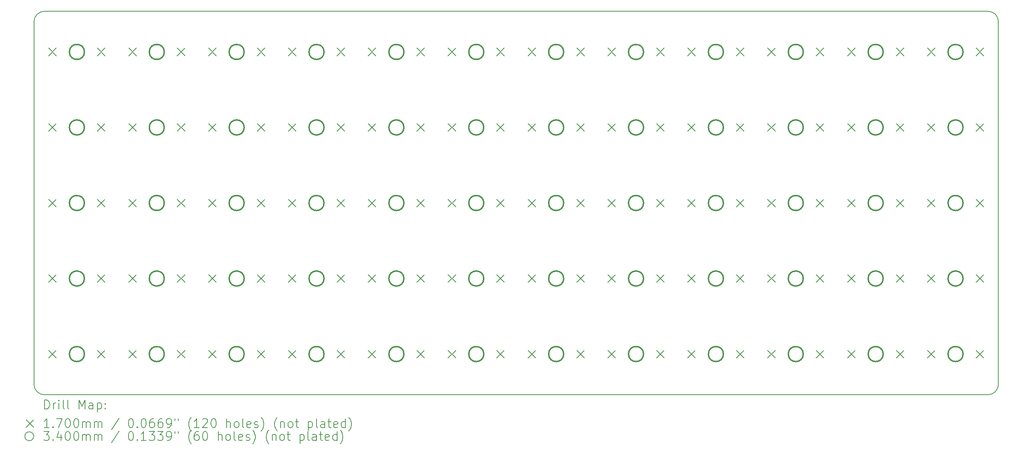
<source format=gbr>
%TF.GenerationSoftware,KiCad,Pcbnew,7.0.1*%
%TF.CreationDate,2023-04-06T14:22:43+02:00*%
%TF.ProjectId,velociraptor,76656c6f-6369-4726-9170-746f722e6b69,rev?*%
%TF.SameCoordinates,Original*%
%TF.FileFunction,Drillmap*%
%TF.FilePolarity,Positive*%
%FSLAX45Y45*%
G04 Gerber Fmt 4.5, Leading zero omitted, Abs format (unit mm)*
G04 Created by KiCad (PCBNEW 7.0.1) date 2023-04-06 14:22:43*
%MOMM*%
%LPD*%
G01*
G04 APERTURE LIST*
%ADD10C,0.150000*%
%ADD11C,0.200000*%
%ADD12C,0.170000*%
%ADD13C,0.340000*%
G04 APERTURE END LIST*
D10*
X3563562Y-2550257D02*
G75*
G03*
X3325437Y-2788380I-2J-238123D01*
G01*
X25124745Y-2788380D02*
G75*
G03*
X24886620Y-2550255I-238125J0D01*
G01*
X3325437Y-10976620D02*
X3325437Y-2788380D01*
X24886620Y-11214745D02*
G75*
G03*
X25124745Y-10976620I0J238125D01*
G01*
X25124745Y-10976620D02*
X25124745Y-2788380D01*
X3563562Y-11214745D02*
X24886620Y-11214745D01*
X3325435Y-10976620D02*
G75*
G03*
X3563562Y-11214745I238125J0D01*
G01*
X3563562Y-2550255D02*
X24886620Y-2550255D01*
D11*
D12*
X3660182Y-3385000D02*
X3830182Y-3555000D01*
X3830182Y-3385000D02*
X3660182Y-3555000D01*
X3660182Y-5091250D02*
X3830182Y-5261250D01*
X3830182Y-5091250D02*
X3660182Y-5261250D01*
X3660182Y-6797500D02*
X3830182Y-6967500D01*
X3830182Y-6797500D02*
X3660182Y-6967500D01*
X3660182Y-8503750D02*
X3830182Y-8673750D01*
X3830182Y-8503750D02*
X3660182Y-8673750D01*
X3660182Y-10210000D02*
X3830182Y-10380000D01*
X3830182Y-10210000D02*
X3660182Y-10380000D01*
X4760182Y-3385000D02*
X4930182Y-3555000D01*
X4930182Y-3385000D02*
X4760182Y-3555000D01*
X4760182Y-5091250D02*
X4930182Y-5261250D01*
X4930182Y-5091250D02*
X4760182Y-5261250D01*
X4760182Y-6797500D02*
X4930182Y-6967500D01*
X4930182Y-6797500D02*
X4760182Y-6967500D01*
X4760182Y-8503750D02*
X4930182Y-8673750D01*
X4930182Y-8503750D02*
X4760182Y-8673750D01*
X4760182Y-10210000D02*
X4930182Y-10380000D01*
X4930182Y-10210000D02*
X4760182Y-10380000D01*
X5465620Y-3385000D02*
X5635620Y-3555000D01*
X5635620Y-3385000D02*
X5465620Y-3555000D01*
X5465620Y-5091250D02*
X5635620Y-5261250D01*
X5635620Y-5091250D02*
X5465620Y-5261250D01*
X5465620Y-6797500D02*
X5635620Y-6967500D01*
X5635620Y-6797500D02*
X5465620Y-6967500D01*
X5465620Y-8503750D02*
X5635620Y-8673750D01*
X5635620Y-8503750D02*
X5465620Y-8673750D01*
X5465620Y-10210000D02*
X5635620Y-10380000D01*
X5635620Y-10210000D02*
X5465620Y-10380000D01*
X6565620Y-3385000D02*
X6735620Y-3555000D01*
X6735620Y-3385000D02*
X6565620Y-3555000D01*
X6565620Y-5091250D02*
X6735620Y-5261250D01*
X6735620Y-5091250D02*
X6565620Y-5261250D01*
X6565620Y-6797500D02*
X6735620Y-6967500D01*
X6735620Y-6797500D02*
X6565620Y-6967500D01*
X6565620Y-8503750D02*
X6735620Y-8673750D01*
X6735620Y-8503750D02*
X6565620Y-8673750D01*
X6565620Y-10210000D02*
X6735620Y-10380000D01*
X6735620Y-10210000D02*
X6565620Y-10380000D01*
X7271058Y-3385000D02*
X7441058Y-3555000D01*
X7441058Y-3385000D02*
X7271058Y-3555000D01*
X7271058Y-5091250D02*
X7441058Y-5261250D01*
X7441058Y-5091250D02*
X7271058Y-5261250D01*
X7271058Y-6797500D02*
X7441058Y-6967500D01*
X7441058Y-6797500D02*
X7271058Y-6967500D01*
X7271058Y-8503750D02*
X7441058Y-8673750D01*
X7441058Y-8503750D02*
X7271058Y-8673750D01*
X7271058Y-10210000D02*
X7441058Y-10380000D01*
X7441058Y-10210000D02*
X7271058Y-10380000D01*
X8371058Y-3385000D02*
X8541058Y-3555000D01*
X8541058Y-3385000D02*
X8371058Y-3555000D01*
X8371058Y-5091250D02*
X8541058Y-5261250D01*
X8541058Y-5091250D02*
X8371058Y-5261250D01*
X8371058Y-6797500D02*
X8541058Y-6967500D01*
X8541058Y-6797500D02*
X8371058Y-6967500D01*
X8371058Y-8503750D02*
X8541058Y-8673750D01*
X8541058Y-8503750D02*
X8371058Y-8673750D01*
X8371058Y-10210000D02*
X8541058Y-10380000D01*
X8541058Y-10210000D02*
X8371058Y-10380000D01*
X9076496Y-3385000D02*
X9246496Y-3555000D01*
X9246496Y-3385000D02*
X9076496Y-3555000D01*
X9076496Y-5091250D02*
X9246496Y-5261250D01*
X9246496Y-5091250D02*
X9076496Y-5261250D01*
X9076496Y-6797500D02*
X9246496Y-6967500D01*
X9246496Y-6797500D02*
X9076496Y-6967500D01*
X9076496Y-8503750D02*
X9246496Y-8673750D01*
X9246496Y-8503750D02*
X9076496Y-8673750D01*
X9076496Y-10210000D02*
X9246496Y-10380000D01*
X9246496Y-10210000D02*
X9076496Y-10380000D01*
X10176496Y-3385000D02*
X10346496Y-3555000D01*
X10346496Y-3385000D02*
X10176496Y-3555000D01*
X10176496Y-5091250D02*
X10346496Y-5261250D01*
X10346496Y-5091250D02*
X10176496Y-5261250D01*
X10176496Y-6797500D02*
X10346496Y-6967500D01*
X10346496Y-6797500D02*
X10176496Y-6967500D01*
X10176496Y-8503750D02*
X10346496Y-8673750D01*
X10346496Y-8503750D02*
X10176496Y-8673750D01*
X10176496Y-10210000D02*
X10346496Y-10380000D01*
X10346496Y-10210000D02*
X10176496Y-10380000D01*
X10881934Y-3385000D02*
X11051934Y-3555000D01*
X11051934Y-3385000D02*
X10881934Y-3555000D01*
X10881934Y-5091250D02*
X11051934Y-5261250D01*
X11051934Y-5091250D02*
X10881934Y-5261250D01*
X10881934Y-6797500D02*
X11051934Y-6967500D01*
X11051934Y-6797500D02*
X10881934Y-6967500D01*
X10881934Y-8503750D02*
X11051934Y-8673750D01*
X11051934Y-8503750D02*
X10881934Y-8673750D01*
X10881934Y-10210000D02*
X11051934Y-10380000D01*
X11051934Y-10210000D02*
X10881934Y-10380000D01*
X11981934Y-3385000D02*
X12151934Y-3555000D01*
X12151934Y-3385000D02*
X11981934Y-3555000D01*
X11981934Y-5091250D02*
X12151934Y-5261250D01*
X12151934Y-5091250D02*
X11981934Y-5261250D01*
X11981934Y-6797500D02*
X12151934Y-6967500D01*
X12151934Y-6797500D02*
X11981934Y-6967500D01*
X11981934Y-8503750D02*
X12151934Y-8673750D01*
X12151934Y-8503750D02*
X11981934Y-8673750D01*
X11981934Y-10210000D02*
X12151934Y-10380000D01*
X12151934Y-10210000D02*
X11981934Y-10380000D01*
X12687372Y-3385000D02*
X12857372Y-3555000D01*
X12857372Y-3385000D02*
X12687372Y-3555000D01*
X12687372Y-5091250D02*
X12857372Y-5261250D01*
X12857372Y-5091250D02*
X12687372Y-5261250D01*
X12687372Y-6797500D02*
X12857372Y-6967500D01*
X12857372Y-6797500D02*
X12687372Y-6967500D01*
X12687372Y-8503750D02*
X12857372Y-8673750D01*
X12857372Y-8503750D02*
X12687372Y-8673750D01*
X12687372Y-10210000D02*
X12857372Y-10380000D01*
X12857372Y-10210000D02*
X12687372Y-10380000D01*
X13787372Y-3385000D02*
X13957372Y-3555000D01*
X13957372Y-3385000D02*
X13787372Y-3555000D01*
X13787372Y-5091250D02*
X13957372Y-5261250D01*
X13957372Y-5091250D02*
X13787372Y-5261250D01*
X13787372Y-6797500D02*
X13957372Y-6967500D01*
X13957372Y-6797500D02*
X13787372Y-6967500D01*
X13787372Y-8503750D02*
X13957372Y-8673750D01*
X13957372Y-8503750D02*
X13787372Y-8673750D01*
X13787372Y-10210000D02*
X13957372Y-10380000D01*
X13957372Y-10210000D02*
X13787372Y-10380000D01*
X14492810Y-3385000D02*
X14662810Y-3555000D01*
X14662810Y-3385000D02*
X14492810Y-3555000D01*
X14492810Y-5091250D02*
X14662810Y-5261250D01*
X14662810Y-5091250D02*
X14492810Y-5261250D01*
X14492810Y-6797500D02*
X14662810Y-6967500D01*
X14662810Y-6797500D02*
X14492810Y-6967500D01*
X14492810Y-8503750D02*
X14662810Y-8673750D01*
X14662810Y-8503750D02*
X14492810Y-8673750D01*
X14492810Y-10210000D02*
X14662810Y-10380000D01*
X14662810Y-10210000D02*
X14492810Y-10380000D01*
X15592810Y-3385000D02*
X15762810Y-3555000D01*
X15762810Y-3385000D02*
X15592810Y-3555000D01*
X15592810Y-5091250D02*
X15762810Y-5261250D01*
X15762810Y-5091250D02*
X15592810Y-5261250D01*
X15592810Y-6797500D02*
X15762810Y-6967500D01*
X15762810Y-6797500D02*
X15592810Y-6967500D01*
X15592810Y-8503750D02*
X15762810Y-8673750D01*
X15762810Y-8503750D02*
X15592810Y-8673750D01*
X15592810Y-10210000D02*
X15762810Y-10380000D01*
X15762810Y-10210000D02*
X15592810Y-10380000D01*
X16298248Y-3385000D02*
X16468248Y-3555000D01*
X16468248Y-3385000D02*
X16298248Y-3555000D01*
X16298248Y-5091250D02*
X16468248Y-5261250D01*
X16468248Y-5091250D02*
X16298248Y-5261250D01*
X16298248Y-6797500D02*
X16468248Y-6967500D01*
X16468248Y-6797500D02*
X16298248Y-6967500D01*
X16298248Y-8503750D02*
X16468248Y-8673750D01*
X16468248Y-8503750D02*
X16298248Y-8673750D01*
X16298248Y-10210000D02*
X16468248Y-10380000D01*
X16468248Y-10210000D02*
X16298248Y-10380000D01*
X17398248Y-3385000D02*
X17568248Y-3555000D01*
X17568248Y-3385000D02*
X17398248Y-3555000D01*
X17398248Y-5091250D02*
X17568248Y-5261250D01*
X17568248Y-5091250D02*
X17398248Y-5261250D01*
X17398248Y-6797500D02*
X17568248Y-6967500D01*
X17568248Y-6797500D02*
X17398248Y-6967500D01*
X17398248Y-8503750D02*
X17568248Y-8673750D01*
X17568248Y-8503750D02*
X17398248Y-8673750D01*
X17398248Y-10210000D02*
X17568248Y-10380000D01*
X17568248Y-10210000D02*
X17398248Y-10380000D01*
X18103686Y-3385000D02*
X18273686Y-3555000D01*
X18273686Y-3385000D02*
X18103686Y-3555000D01*
X18103686Y-5091250D02*
X18273686Y-5261250D01*
X18273686Y-5091250D02*
X18103686Y-5261250D01*
X18103686Y-6797500D02*
X18273686Y-6967500D01*
X18273686Y-6797500D02*
X18103686Y-6967500D01*
X18103686Y-8503750D02*
X18273686Y-8673750D01*
X18273686Y-8503750D02*
X18103686Y-8673750D01*
X18103686Y-10210000D02*
X18273686Y-10380000D01*
X18273686Y-10210000D02*
X18103686Y-10380000D01*
X19203686Y-3385000D02*
X19373686Y-3555000D01*
X19373686Y-3385000D02*
X19203686Y-3555000D01*
X19203686Y-5091250D02*
X19373686Y-5261250D01*
X19373686Y-5091250D02*
X19203686Y-5261250D01*
X19203686Y-6797500D02*
X19373686Y-6967500D01*
X19373686Y-6797500D02*
X19203686Y-6967500D01*
X19203686Y-8503750D02*
X19373686Y-8673750D01*
X19373686Y-8503750D02*
X19203686Y-8673750D01*
X19203686Y-10210000D02*
X19373686Y-10380000D01*
X19373686Y-10210000D02*
X19203686Y-10380000D01*
X19909124Y-3385000D02*
X20079124Y-3555000D01*
X20079124Y-3385000D02*
X19909124Y-3555000D01*
X19909124Y-5091250D02*
X20079124Y-5261250D01*
X20079124Y-5091250D02*
X19909124Y-5261250D01*
X19909124Y-6797500D02*
X20079124Y-6967500D01*
X20079124Y-6797500D02*
X19909124Y-6967500D01*
X19909124Y-8503750D02*
X20079124Y-8673750D01*
X20079124Y-8503750D02*
X19909124Y-8673750D01*
X19909124Y-10210000D02*
X20079124Y-10380000D01*
X20079124Y-10210000D02*
X19909124Y-10380000D01*
X21009124Y-3385000D02*
X21179124Y-3555000D01*
X21179124Y-3385000D02*
X21009124Y-3555000D01*
X21009124Y-5091250D02*
X21179124Y-5261250D01*
X21179124Y-5091250D02*
X21009124Y-5261250D01*
X21009124Y-6797500D02*
X21179124Y-6967500D01*
X21179124Y-6797500D02*
X21009124Y-6967500D01*
X21009124Y-8503750D02*
X21179124Y-8673750D01*
X21179124Y-8503750D02*
X21009124Y-8673750D01*
X21009124Y-10210000D02*
X21179124Y-10380000D01*
X21179124Y-10210000D02*
X21009124Y-10380000D01*
X21714562Y-3385000D02*
X21884562Y-3555000D01*
X21884562Y-3385000D02*
X21714562Y-3555000D01*
X21714562Y-5091250D02*
X21884562Y-5261250D01*
X21884562Y-5091250D02*
X21714562Y-5261250D01*
X21714562Y-6797500D02*
X21884562Y-6967500D01*
X21884562Y-6797500D02*
X21714562Y-6967500D01*
X21714562Y-8503750D02*
X21884562Y-8673750D01*
X21884562Y-8503750D02*
X21714562Y-8673750D01*
X21714562Y-10210000D02*
X21884562Y-10380000D01*
X21884562Y-10210000D02*
X21714562Y-10380000D01*
X22814562Y-3385000D02*
X22984562Y-3555000D01*
X22984562Y-3385000D02*
X22814562Y-3555000D01*
X22814562Y-5091250D02*
X22984562Y-5261250D01*
X22984562Y-5091250D02*
X22814562Y-5261250D01*
X22814562Y-6797500D02*
X22984562Y-6967500D01*
X22984562Y-6797500D02*
X22814562Y-6967500D01*
X22814562Y-8503750D02*
X22984562Y-8673750D01*
X22984562Y-8503750D02*
X22814562Y-8673750D01*
X22814562Y-10210000D02*
X22984562Y-10380000D01*
X22984562Y-10210000D02*
X22814562Y-10380000D01*
X23520000Y-3385000D02*
X23690000Y-3555000D01*
X23690000Y-3385000D02*
X23520000Y-3555000D01*
X23520000Y-5091250D02*
X23690000Y-5261250D01*
X23690000Y-5091250D02*
X23520000Y-5261250D01*
X23520000Y-6797500D02*
X23690000Y-6967500D01*
X23690000Y-6797500D02*
X23520000Y-6967500D01*
X23520000Y-8503750D02*
X23690000Y-8673750D01*
X23690000Y-8503750D02*
X23520000Y-8673750D01*
X23520000Y-10210000D02*
X23690000Y-10380000D01*
X23690000Y-10210000D02*
X23520000Y-10380000D01*
X24620000Y-3385000D02*
X24790000Y-3555000D01*
X24790000Y-3385000D02*
X24620000Y-3555000D01*
X24620000Y-5091250D02*
X24790000Y-5261250D01*
X24790000Y-5091250D02*
X24620000Y-5261250D01*
X24620000Y-6797500D02*
X24790000Y-6967500D01*
X24790000Y-6797500D02*
X24620000Y-6967500D01*
X24620000Y-8503750D02*
X24790000Y-8673750D01*
X24790000Y-8503750D02*
X24620000Y-8673750D01*
X24620000Y-10210000D02*
X24790000Y-10380000D01*
X24790000Y-10210000D02*
X24620000Y-10380000D01*
D13*
X4465182Y-3470000D02*
G75*
G03*
X4465182Y-3470000I-170000J0D01*
G01*
X4465182Y-5176250D02*
G75*
G03*
X4465182Y-5176250I-170000J0D01*
G01*
X4465182Y-6882500D02*
G75*
G03*
X4465182Y-6882500I-170000J0D01*
G01*
X4465182Y-8588750D02*
G75*
G03*
X4465182Y-8588750I-170000J0D01*
G01*
X4465182Y-10295000D02*
G75*
G03*
X4465182Y-10295000I-170000J0D01*
G01*
X6270620Y-3470000D02*
G75*
G03*
X6270620Y-3470000I-170000J0D01*
G01*
X6270620Y-5176250D02*
G75*
G03*
X6270620Y-5176250I-170000J0D01*
G01*
X6270620Y-6882500D02*
G75*
G03*
X6270620Y-6882500I-170000J0D01*
G01*
X6270620Y-8588750D02*
G75*
G03*
X6270620Y-8588750I-170000J0D01*
G01*
X6270620Y-10295000D02*
G75*
G03*
X6270620Y-10295000I-170000J0D01*
G01*
X8076058Y-3470000D02*
G75*
G03*
X8076058Y-3470000I-170000J0D01*
G01*
X8076058Y-5176250D02*
G75*
G03*
X8076058Y-5176250I-170000J0D01*
G01*
X8076058Y-6882500D02*
G75*
G03*
X8076058Y-6882500I-170000J0D01*
G01*
X8076058Y-8588750D02*
G75*
G03*
X8076058Y-8588750I-170000J0D01*
G01*
X8076058Y-10295000D02*
G75*
G03*
X8076058Y-10295000I-170000J0D01*
G01*
X9881496Y-3470000D02*
G75*
G03*
X9881496Y-3470000I-170000J0D01*
G01*
X9881496Y-5176250D02*
G75*
G03*
X9881496Y-5176250I-170000J0D01*
G01*
X9881496Y-6882500D02*
G75*
G03*
X9881496Y-6882500I-170000J0D01*
G01*
X9881496Y-8588750D02*
G75*
G03*
X9881496Y-8588750I-170000J0D01*
G01*
X9881496Y-10295000D02*
G75*
G03*
X9881496Y-10295000I-170000J0D01*
G01*
X11686934Y-3470000D02*
G75*
G03*
X11686934Y-3470000I-170000J0D01*
G01*
X11686934Y-5176250D02*
G75*
G03*
X11686934Y-5176250I-170000J0D01*
G01*
X11686934Y-6882500D02*
G75*
G03*
X11686934Y-6882500I-170000J0D01*
G01*
X11686934Y-8588750D02*
G75*
G03*
X11686934Y-8588750I-170000J0D01*
G01*
X11686934Y-10295000D02*
G75*
G03*
X11686934Y-10295000I-170000J0D01*
G01*
X13492372Y-3470000D02*
G75*
G03*
X13492372Y-3470000I-170000J0D01*
G01*
X13492372Y-5176250D02*
G75*
G03*
X13492372Y-5176250I-170000J0D01*
G01*
X13492372Y-6882500D02*
G75*
G03*
X13492372Y-6882500I-170000J0D01*
G01*
X13492372Y-8588750D02*
G75*
G03*
X13492372Y-8588750I-170000J0D01*
G01*
X13492372Y-10295000D02*
G75*
G03*
X13492372Y-10295000I-170000J0D01*
G01*
X15297810Y-3470000D02*
G75*
G03*
X15297810Y-3470000I-170000J0D01*
G01*
X15297810Y-5176250D02*
G75*
G03*
X15297810Y-5176250I-170000J0D01*
G01*
X15297810Y-6882500D02*
G75*
G03*
X15297810Y-6882500I-170000J0D01*
G01*
X15297810Y-8588750D02*
G75*
G03*
X15297810Y-8588750I-170000J0D01*
G01*
X15297810Y-10295000D02*
G75*
G03*
X15297810Y-10295000I-170000J0D01*
G01*
X17103248Y-3470000D02*
G75*
G03*
X17103248Y-3470000I-170000J0D01*
G01*
X17103248Y-5176250D02*
G75*
G03*
X17103248Y-5176250I-170000J0D01*
G01*
X17103248Y-6882500D02*
G75*
G03*
X17103248Y-6882500I-170000J0D01*
G01*
X17103248Y-8588750D02*
G75*
G03*
X17103248Y-8588750I-170000J0D01*
G01*
X17103248Y-10295000D02*
G75*
G03*
X17103248Y-10295000I-170000J0D01*
G01*
X18908686Y-3470000D02*
G75*
G03*
X18908686Y-3470000I-170000J0D01*
G01*
X18908686Y-5176250D02*
G75*
G03*
X18908686Y-5176250I-170000J0D01*
G01*
X18908686Y-6882500D02*
G75*
G03*
X18908686Y-6882500I-170000J0D01*
G01*
X18908686Y-8588750D02*
G75*
G03*
X18908686Y-8588750I-170000J0D01*
G01*
X18908686Y-10295000D02*
G75*
G03*
X18908686Y-10295000I-170000J0D01*
G01*
X20714124Y-3470000D02*
G75*
G03*
X20714124Y-3470000I-170000J0D01*
G01*
X20714124Y-5176250D02*
G75*
G03*
X20714124Y-5176250I-170000J0D01*
G01*
X20714124Y-6882500D02*
G75*
G03*
X20714124Y-6882500I-170000J0D01*
G01*
X20714124Y-8588750D02*
G75*
G03*
X20714124Y-8588750I-170000J0D01*
G01*
X20714124Y-10295000D02*
G75*
G03*
X20714124Y-10295000I-170000J0D01*
G01*
X22519562Y-3470000D02*
G75*
G03*
X22519562Y-3470000I-170000J0D01*
G01*
X22519562Y-5176250D02*
G75*
G03*
X22519562Y-5176250I-170000J0D01*
G01*
X22519562Y-6882500D02*
G75*
G03*
X22519562Y-6882500I-170000J0D01*
G01*
X22519562Y-8588750D02*
G75*
G03*
X22519562Y-8588750I-170000J0D01*
G01*
X22519562Y-10295000D02*
G75*
G03*
X22519562Y-10295000I-170000J0D01*
G01*
X24325000Y-3470000D02*
G75*
G03*
X24325000Y-3470000I-170000J0D01*
G01*
X24325000Y-5176250D02*
G75*
G03*
X24325000Y-5176250I-170000J0D01*
G01*
X24325000Y-6882500D02*
G75*
G03*
X24325000Y-6882500I-170000J0D01*
G01*
X24325000Y-8588750D02*
G75*
G03*
X24325000Y-8588750I-170000J0D01*
G01*
X24325000Y-10295000D02*
G75*
G03*
X24325000Y-10295000I-170000J0D01*
G01*
D11*
X3565556Y-11534769D02*
X3565556Y-11334769D01*
X3565556Y-11334769D02*
X3613175Y-11334769D01*
X3613175Y-11334769D02*
X3641746Y-11344293D01*
X3641746Y-11344293D02*
X3660794Y-11363340D01*
X3660794Y-11363340D02*
X3670317Y-11382388D01*
X3670317Y-11382388D02*
X3679841Y-11420483D01*
X3679841Y-11420483D02*
X3679841Y-11449055D01*
X3679841Y-11449055D02*
X3670317Y-11487150D01*
X3670317Y-11487150D02*
X3660794Y-11506198D01*
X3660794Y-11506198D02*
X3641746Y-11525245D01*
X3641746Y-11525245D02*
X3613175Y-11534769D01*
X3613175Y-11534769D02*
X3565556Y-11534769D01*
X3765556Y-11534769D02*
X3765556Y-11401436D01*
X3765556Y-11439531D02*
X3775079Y-11420483D01*
X3775079Y-11420483D02*
X3784603Y-11410959D01*
X3784603Y-11410959D02*
X3803651Y-11401436D01*
X3803651Y-11401436D02*
X3822698Y-11401436D01*
X3889365Y-11534769D02*
X3889365Y-11401436D01*
X3889365Y-11334769D02*
X3879841Y-11344293D01*
X3879841Y-11344293D02*
X3889365Y-11353817D01*
X3889365Y-11353817D02*
X3898889Y-11344293D01*
X3898889Y-11344293D02*
X3889365Y-11334769D01*
X3889365Y-11334769D02*
X3889365Y-11353817D01*
X4013175Y-11534769D02*
X3994127Y-11525245D01*
X3994127Y-11525245D02*
X3984603Y-11506198D01*
X3984603Y-11506198D02*
X3984603Y-11334769D01*
X4117936Y-11534769D02*
X4098889Y-11525245D01*
X4098889Y-11525245D02*
X4089365Y-11506198D01*
X4089365Y-11506198D02*
X4089365Y-11334769D01*
X4346508Y-11534769D02*
X4346508Y-11334769D01*
X4346508Y-11334769D02*
X4413175Y-11477626D01*
X4413175Y-11477626D02*
X4479841Y-11334769D01*
X4479841Y-11334769D02*
X4479841Y-11534769D01*
X4660794Y-11534769D02*
X4660794Y-11430007D01*
X4660794Y-11430007D02*
X4651270Y-11410959D01*
X4651270Y-11410959D02*
X4632222Y-11401436D01*
X4632222Y-11401436D02*
X4594127Y-11401436D01*
X4594127Y-11401436D02*
X4575079Y-11410959D01*
X4660794Y-11525245D02*
X4641746Y-11534769D01*
X4641746Y-11534769D02*
X4594127Y-11534769D01*
X4594127Y-11534769D02*
X4575079Y-11525245D01*
X4575079Y-11525245D02*
X4565556Y-11506198D01*
X4565556Y-11506198D02*
X4565556Y-11487150D01*
X4565556Y-11487150D02*
X4575079Y-11468102D01*
X4575079Y-11468102D02*
X4594127Y-11458579D01*
X4594127Y-11458579D02*
X4641746Y-11458579D01*
X4641746Y-11458579D02*
X4660794Y-11449055D01*
X4756032Y-11401436D02*
X4756032Y-11601436D01*
X4756032Y-11410959D02*
X4775079Y-11401436D01*
X4775079Y-11401436D02*
X4813175Y-11401436D01*
X4813175Y-11401436D02*
X4832222Y-11410959D01*
X4832222Y-11410959D02*
X4841746Y-11420483D01*
X4841746Y-11420483D02*
X4851270Y-11439531D01*
X4851270Y-11439531D02*
X4851270Y-11496674D01*
X4851270Y-11496674D02*
X4841746Y-11515721D01*
X4841746Y-11515721D02*
X4832222Y-11525245D01*
X4832222Y-11525245D02*
X4813175Y-11534769D01*
X4813175Y-11534769D02*
X4775079Y-11534769D01*
X4775079Y-11534769D02*
X4756032Y-11525245D01*
X4936984Y-11515721D02*
X4946508Y-11525245D01*
X4946508Y-11525245D02*
X4936984Y-11534769D01*
X4936984Y-11534769D02*
X4927460Y-11525245D01*
X4927460Y-11525245D02*
X4936984Y-11515721D01*
X4936984Y-11515721D02*
X4936984Y-11534769D01*
X4936984Y-11410959D02*
X4946508Y-11420483D01*
X4946508Y-11420483D02*
X4936984Y-11430007D01*
X4936984Y-11430007D02*
X4927460Y-11420483D01*
X4927460Y-11420483D02*
X4936984Y-11410959D01*
X4936984Y-11410959D02*
X4936984Y-11430007D01*
D12*
X3147937Y-11777245D02*
X3317937Y-11947245D01*
X3317937Y-11777245D02*
X3147937Y-11947245D01*
D11*
X3670317Y-11954769D02*
X3556032Y-11954769D01*
X3613175Y-11954769D02*
X3613175Y-11754769D01*
X3613175Y-11754769D02*
X3594127Y-11783340D01*
X3594127Y-11783340D02*
X3575079Y-11802388D01*
X3575079Y-11802388D02*
X3556032Y-11811912D01*
X3756032Y-11935721D02*
X3765556Y-11945245D01*
X3765556Y-11945245D02*
X3756032Y-11954769D01*
X3756032Y-11954769D02*
X3746508Y-11945245D01*
X3746508Y-11945245D02*
X3756032Y-11935721D01*
X3756032Y-11935721D02*
X3756032Y-11954769D01*
X3832222Y-11754769D02*
X3965556Y-11754769D01*
X3965556Y-11754769D02*
X3879841Y-11954769D01*
X4079841Y-11754769D02*
X4098889Y-11754769D01*
X4098889Y-11754769D02*
X4117937Y-11764293D01*
X4117937Y-11764293D02*
X4127460Y-11773817D01*
X4127460Y-11773817D02*
X4136984Y-11792864D01*
X4136984Y-11792864D02*
X4146508Y-11830959D01*
X4146508Y-11830959D02*
X4146508Y-11878579D01*
X4146508Y-11878579D02*
X4136984Y-11916674D01*
X4136984Y-11916674D02*
X4127460Y-11935721D01*
X4127460Y-11935721D02*
X4117937Y-11945245D01*
X4117937Y-11945245D02*
X4098889Y-11954769D01*
X4098889Y-11954769D02*
X4079841Y-11954769D01*
X4079841Y-11954769D02*
X4060794Y-11945245D01*
X4060794Y-11945245D02*
X4051270Y-11935721D01*
X4051270Y-11935721D02*
X4041746Y-11916674D01*
X4041746Y-11916674D02*
X4032222Y-11878579D01*
X4032222Y-11878579D02*
X4032222Y-11830959D01*
X4032222Y-11830959D02*
X4041746Y-11792864D01*
X4041746Y-11792864D02*
X4051270Y-11773817D01*
X4051270Y-11773817D02*
X4060794Y-11764293D01*
X4060794Y-11764293D02*
X4079841Y-11754769D01*
X4270318Y-11754769D02*
X4289365Y-11754769D01*
X4289365Y-11754769D02*
X4308413Y-11764293D01*
X4308413Y-11764293D02*
X4317937Y-11773817D01*
X4317937Y-11773817D02*
X4327460Y-11792864D01*
X4327460Y-11792864D02*
X4336984Y-11830959D01*
X4336984Y-11830959D02*
X4336984Y-11878579D01*
X4336984Y-11878579D02*
X4327460Y-11916674D01*
X4327460Y-11916674D02*
X4317937Y-11935721D01*
X4317937Y-11935721D02*
X4308413Y-11945245D01*
X4308413Y-11945245D02*
X4289365Y-11954769D01*
X4289365Y-11954769D02*
X4270318Y-11954769D01*
X4270318Y-11954769D02*
X4251270Y-11945245D01*
X4251270Y-11945245D02*
X4241746Y-11935721D01*
X4241746Y-11935721D02*
X4232222Y-11916674D01*
X4232222Y-11916674D02*
X4222699Y-11878579D01*
X4222699Y-11878579D02*
X4222699Y-11830959D01*
X4222699Y-11830959D02*
X4232222Y-11792864D01*
X4232222Y-11792864D02*
X4241746Y-11773817D01*
X4241746Y-11773817D02*
X4251270Y-11764293D01*
X4251270Y-11764293D02*
X4270318Y-11754769D01*
X4422699Y-11954769D02*
X4422699Y-11821436D01*
X4422699Y-11840483D02*
X4432222Y-11830959D01*
X4432222Y-11830959D02*
X4451270Y-11821436D01*
X4451270Y-11821436D02*
X4479841Y-11821436D01*
X4479841Y-11821436D02*
X4498889Y-11830959D01*
X4498889Y-11830959D02*
X4508413Y-11850007D01*
X4508413Y-11850007D02*
X4508413Y-11954769D01*
X4508413Y-11850007D02*
X4517937Y-11830959D01*
X4517937Y-11830959D02*
X4536984Y-11821436D01*
X4536984Y-11821436D02*
X4565556Y-11821436D01*
X4565556Y-11821436D02*
X4584603Y-11830959D01*
X4584603Y-11830959D02*
X4594127Y-11850007D01*
X4594127Y-11850007D02*
X4594127Y-11954769D01*
X4689365Y-11954769D02*
X4689365Y-11821436D01*
X4689365Y-11840483D02*
X4698889Y-11830959D01*
X4698889Y-11830959D02*
X4717937Y-11821436D01*
X4717937Y-11821436D02*
X4746508Y-11821436D01*
X4746508Y-11821436D02*
X4765556Y-11830959D01*
X4765556Y-11830959D02*
X4775080Y-11850007D01*
X4775080Y-11850007D02*
X4775080Y-11954769D01*
X4775080Y-11850007D02*
X4784603Y-11830959D01*
X4784603Y-11830959D02*
X4803651Y-11821436D01*
X4803651Y-11821436D02*
X4832222Y-11821436D01*
X4832222Y-11821436D02*
X4851270Y-11830959D01*
X4851270Y-11830959D02*
X4860794Y-11850007D01*
X4860794Y-11850007D02*
X4860794Y-11954769D01*
X5251270Y-11745245D02*
X5079842Y-12002388D01*
X5508413Y-11754769D02*
X5527461Y-11754769D01*
X5527461Y-11754769D02*
X5546508Y-11764293D01*
X5546508Y-11764293D02*
X5556032Y-11773817D01*
X5556032Y-11773817D02*
X5565556Y-11792864D01*
X5565556Y-11792864D02*
X5575080Y-11830959D01*
X5575080Y-11830959D02*
X5575080Y-11878579D01*
X5575080Y-11878579D02*
X5565556Y-11916674D01*
X5565556Y-11916674D02*
X5556032Y-11935721D01*
X5556032Y-11935721D02*
X5546508Y-11945245D01*
X5546508Y-11945245D02*
X5527461Y-11954769D01*
X5527461Y-11954769D02*
X5508413Y-11954769D01*
X5508413Y-11954769D02*
X5489365Y-11945245D01*
X5489365Y-11945245D02*
X5479842Y-11935721D01*
X5479842Y-11935721D02*
X5470318Y-11916674D01*
X5470318Y-11916674D02*
X5460794Y-11878579D01*
X5460794Y-11878579D02*
X5460794Y-11830959D01*
X5460794Y-11830959D02*
X5470318Y-11792864D01*
X5470318Y-11792864D02*
X5479842Y-11773817D01*
X5479842Y-11773817D02*
X5489365Y-11764293D01*
X5489365Y-11764293D02*
X5508413Y-11754769D01*
X5660794Y-11935721D02*
X5670318Y-11945245D01*
X5670318Y-11945245D02*
X5660794Y-11954769D01*
X5660794Y-11954769D02*
X5651270Y-11945245D01*
X5651270Y-11945245D02*
X5660794Y-11935721D01*
X5660794Y-11935721D02*
X5660794Y-11954769D01*
X5794127Y-11754769D02*
X5813175Y-11754769D01*
X5813175Y-11754769D02*
X5832222Y-11764293D01*
X5832222Y-11764293D02*
X5841746Y-11773817D01*
X5841746Y-11773817D02*
X5851270Y-11792864D01*
X5851270Y-11792864D02*
X5860794Y-11830959D01*
X5860794Y-11830959D02*
X5860794Y-11878579D01*
X5860794Y-11878579D02*
X5851270Y-11916674D01*
X5851270Y-11916674D02*
X5841746Y-11935721D01*
X5841746Y-11935721D02*
X5832222Y-11945245D01*
X5832222Y-11945245D02*
X5813175Y-11954769D01*
X5813175Y-11954769D02*
X5794127Y-11954769D01*
X5794127Y-11954769D02*
X5775080Y-11945245D01*
X5775080Y-11945245D02*
X5765556Y-11935721D01*
X5765556Y-11935721D02*
X5756032Y-11916674D01*
X5756032Y-11916674D02*
X5746508Y-11878579D01*
X5746508Y-11878579D02*
X5746508Y-11830959D01*
X5746508Y-11830959D02*
X5756032Y-11792864D01*
X5756032Y-11792864D02*
X5765556Y-11773817D01*
X5765556Y-11773817D02*
X5775080Y-11764293D01*
X5775080Y-11764293D02*
X5794127Y-11754769D01*
X6032222Y-11754769D02*
X5994127Y-11754769D01*
X5994127Y-11754769D02*
X5975080Y-11764293D01*
X5975080Y-11764293D02*
X5965556Y-11773817D01*
X5965556Y-11773817D02*
X5946508Y-11802388D01*
X5946508Y-11802388D02*
X5936984Y-11840483D01*
X5936984Y-11840483D02*
X5936984Y-11916674D01*
X5936984Y-11916674D02*
X5946508Y-11935721D01*
X5946508Y-11935721D02*
X5956032Y-11945245D01*
X5956032Y-11945245D02*
X5975080Y-11954769D01*
X5975080Y-11954769D02*
X6013175Y-11954769D01*
X6013175Y-11954769D02*
X6032222Y-11945245D01*
X6032222Y-11945245D02*
X6041746Y-11935721D01*
X6041746Y-11935721D02*
X6051270Y-11916674D01*
X6051270Y-11916674D02*
X6051270Y-11869055D01*
X6051270Y-11869055D02*
X6041746Y-11850007D01*
X6041746Y-11850007D02*
X6032222Y-11840483D01*
X6032222Y-11840483D02*
X6013175Y-11830959D01*
X6013175Y-11830959D02*
X5975080Y-11830959D01*
X5975080Y-11830959D02*
X5956032Y-11840483D01*
X5956032Y-11840483D02*
X5946508Y-11850007D01*
X5946508Y-11850007D02*
X5936984Y-11869055D01*
X6222699Y-11754769D02*
X6184603Y-11754769D01*
X6184603Y-11754769D02*
X6165556Y-11764293D01*
X6165556Y-11764293D02*
X6156032Y-11773817D01*
X6156032Y-11773817D02*
X6136984Y-11802388D01*
X6136984Y-11802388D02*
X6127461Y-11840483D01*
X6127461Y-11840483D02*
X6127461Y-11916674D01*
X6127461Y-11916674D02*
X6136984Y-11935721D01*
X6136984Y-11935721D02*
X6146508Y-11945245D01*
X6146508Y-11945245D02*
X6165556Y-11954769D01*
X6165556Y-11954769D02*
X6203651Y-11954769D01*
X6203651Y-11954769D02*
X6222699Y-11945245D01*
X6222699Y-11945245D02*
X6232222Y-11935721D01*
X6232222Y-11935721D02*
X6241746Y-11916674D01*
X6241746Y-11916674D02*
X6241746Y-11869055D01*
X6241746Y-11869055D02*
X6232222Y-11850007D01*
X6232222Y-11850007D02*
X6222699Y-11840483D01*
X6222699Y-11840483D02*
X6203651Y-11830959D01*
X6203651Y-11830959D02*
X6165556Y-11830959D01*
X6165556Y-11830959D02*
X6146508Y-11840483D01*
X6146508Y-11840483D02*
X6136984Y-11850007D01*
X6136984Y-11850007D02*
X6127461Y-11869055D01*
X6336984Y-11954769D02*
X6375080Y-11954769D01*
X6375080Y-11954769D02*
X6394127Y-11945245D01*
X6394127Y-11945245D02*
X6403651Y-11935721D01*
X6403651Y-11935721D02*
X6422699Y-11907150D01*
X6422699Y-11907150D02*
X6432222Y-11869055D01*
X6432222Y-11869055D02*
X6432222Y-11792864D01*
X6432222Y-11792864D02*
X6422699Y-11773817D01*
X6422699Y-11773817D02*
X6413175Y-11764293D01*
X6413175Y-11764293D02*
X6394127Y-11754769D01*
X6394127Y-11754769D02*
X6356032Y-11754769D01*
X6356032Y-11754769D02*
X6336984Y-11764293D01*
X6336984Y-11764293D02*
X6327461Y-11773817D01*
X6327461Y-11773817D02*
X6317937Y-11792864D01*
X6317937Y-11792864D02*
X6317937Y-11840483D01*
X6317937Y-11840483D02*
X6327461Y-11859531D01*
X6327461Y-11859531D02*
X6336984Y-11869055D01*
X6336984Y-11869055D02*
X6356032Y-11878579D01*
X6356032Y-11878579D02*
X6394127Y-11878579D01*
X6394127Y-11878579D02*
X6413175Y-11869055D01*
X6413175Y-11869055D02*
X6422699Y-11859531D01*
X6422699Y-11859531D02*
X6432222Y-11840483D01*
X6508413Y-11754769D02*
X6508413Y-11792864D01*
X6584603Y-11754769D02*
X6584603Y-11792864D01*
X6879842Y-12030959D02*
X6870318Y-12021436D01*
X6870318Y-12021436D02*
X6851270Y-11992864D01*
X6851270Y-11992864D02*
X6841746Y-11973817D01*
X6841746Y-11973817D02*
X6832223Y-11945245D01*
X6832223Y-11945245D02*
X6822699Y-11897626D01*
X6822699Y-11897626D02*
X6822699Y-11859531D01*
X6822699Y-11859531D02*
X6832223Y-11811912D01*
X6832223Y-11811912D02*
X6841746Y-11783340D01*
X6841746Y-11783340D02*
X6851270Y-11764293D01*
X6851270Y-11764293D02*
X6870318Y-11735721D01*
X6870318Y-11735721D02*
X6879842Y-11726198D01*
X7060794Y-11954769D02*
X6946508Y-11954769D01*
X7003651Y-11954769D02*
X7003651Y-11754769D01*
X7003651Y-11754769D02*
X6984603Y-11783340D01*
X6984603Y-11783340D02*
X6965556Y-11802388D01*
X6965556Y-11802388D02*
X6946508Y-11811912D01*
X7136984Y-11773817D02*
X7146508Y-11764293D01*
X7146508Y-11764293D02*
X7165556Y-11754769D01*
X7165556Y-11754769D02*
X7213175Y-11754769D01*
X7213175Y-11754769D02*
X7232223Y-11764293D01*
X7232223Y-11764293D02*
X7241746Y-11773817D01*
X7241746Y-11773817D02*
X7251270Y-11792864D01*
X7251270Y-11792864D02*
X7251270Y-11811912D01*
X7251270Y-11811912D02*
X7241746Y-11840483D01*
X7241746Y-11840483D02*
X7127461Y-11954769D01*
X7127461Y-11954769D02*
X7251270Y-11954769D01*
X7375080Y-11754769D02*
X7394127Y-11754769D01*
X7394127Y-11754769D02*
X7413175Y-11764293D01*
X7413175Y-11764293D02*
X7422699Y-11773817D01*
X7422699Y-11773817D02*
X7432223Y-11792864D01*
X7432223Y-11792864D02*
X7441746Y-11830959D01*
X7441746Y-11830959D02*
X7441746Y-11878579D01*
X7441746Y-11878579D02*
X7432223Y-11916674D01*
X7432223Y-11916674D02*
X7422699Y-11935721D01*
X7422699Y-11935721D02*
X7413175Y-11945245D01*
X7413175Y-11945245D02*
X7394127Y-11954769D01*
X7394127Y-11954769D02*
X7375080Y-11954769D01*
X7375080Y-11954769D02*
X7356032Y-11945245D01*
X7356032Y-11945245D02*
X7346508Y-11935721D01*
X7346508Y-11935721D02*
X7336984Y-11916674D01*
X7336984Y-11916674D02*
X7327461Y-11878579D01*
X7327461Y-11878579D02*
X7327461Y-11830959D01*
X7327461Y-11830959D02*
X7336984Y-11792864D01*
X7336984Y-11792864D02*
X7346508Y-11773817D01*
X7346508Y-11773817D02*
X7356032Y-11764293D01*
X7356032Y-11764293D02*
X7375080Y-11754769D01*
X7679842Y-11954769D02*
X7679842Y-11754769D01*
X7765556Y-11954769D02*
X7765556Y-11850007D01*
X7765556Y-11850007D02*
X7756032Y-11830959D01*
X7756032Y-11830959D02*
X7736985Y-11821436D01*
X7736985Y-11821436D02*
X7708413Y-11821436D01*
X7708413Y-11821436D02*
X7689365Y-11830959D01*
X7689365Y-11830959D02*
X7679842Y-11840483D01*
X7889365Y-11954769D02*
X7870318Y-11945245D01*
X7870318Y-11945245D02*
X7860794Y-11935721D01*
X7860794Y-11935721D02*
X7851270Y-11916674D01*
X7851270Y-11916674D02*
X7851270Y-11859531D01*
X7851270Y-11859531D02*
X7860794Y-11840483D01*
X7860794Y-11840483D02*
X7870318Y-11830959D01*
X7870318Y-11830959D02*
X7889365Y-11821436D01*
X7889365Y-11821436D02*
X7917937Y-11821436D01*
X7917937Y-11821436D02*
X7936985Y-11830959D01*
X7936985Y-11830959D02*
X7946508Y-11840483D01*
X7946508Y-11840483D02*
X7956032Y-11859531D01*
X7956032Y-11859531D02*
X7956032Y-11916674D01*
X7956032Y-11916674D02*
X7946508Y-11935721D01*
X7946508Y-11935721D02*
X7936985Y-11945245D01*
X7936985Y-11945245D02*
X7917937Y-11954769D01*
X7917937Y-11954769D02*
X7889365Y-11954769D01*
X8070318Y-11954769D02*
X8051270Y-11945245D01*
X8051270Y-11945245D02*
X8041746Y-11926198D01*
X8041746Y-11926198D02*
X8041746Y-11754769D01*
X8222699Y-11945245D02*
X8203651Y-11954769D01*
X8203651Y-11954769D02*
X8165556Y-11954769D01*
X8165556Y-11954769D02*
X8146508Y-11945245D01*
X8146508Y-11945245D02*
X8136985Y-11926198D01*
X8136985Y-11926198D02*
X8136985Y-11850007D01*
X8136985Y-11850007D02*
X8146508Y-11830959D01*
X8146508Y-11830959D02*
X8165556Y-11821436D01*
X8165556Y-11821436D02*
X8203651Y-11821436D01*
X8203651Y-11821436D02*
X8222699Y-11830959D01*
X8222699Y-11830959D02*
X8232223Y-11850007D01*
X8232223Y-11850007D02*
X8232223Y-11869055D01*
X8232223Y-11869055D02*
X8136985Y-11888102D01*
X8308413Y-11945245D02*
X8327461Y-11954769D01*
X8327461Y-11954769D02*
X8365556Y-11954769D01*
X8365556Y-11954769D02*
X8384604Y-11945245D01*
X8384604Y-11945245D02*
X8394128Y-11926198D01*
X8394128Y-11926198D02*
X8394128Y-11916674D01*
X8394128Y-11916674D02*
X8384604Y-11897626D01*
X8384604Y-11897626D02*
X8365556Y-11888102D01*
X8365556Y-11888102D02*
X8336985Y-11888102D01*
X8336985Y-11888102D02*
X8317937Y-11878579D01*
X8317937Y-11878579D02*
X8308413Y-11859531D01*
X8308413Y-11859531D02*
X8308413Y-11850007D01*
X8308413Y-11850007D02*
X8317937Y-11830959D01*
X8317937Y-11830959D02*
X8336985Y-11821436D01*
X8336985Y-11821436D02*
X8365556Y-11821436D01*
X8365556Y-11821436D02*
X8384604Y-11830959D01*
X8460794Y-12030959D02*
X8470318Y-12021436D01*
X8470318Y-12021436D02*
X8489366Y-11992864D01*
X8489366Y-11992864D02*
X8498889Y-11973817D01*
X8498889Y-11973817D02*
X8508413Y-11945245D01*
X8508413Y-11945245D02*
X8517937Y-11897626D01*
X8517937Y-11897626D02*
X8517937Y-11859531D01*
X8517937Y-11859531D02*
X8508413Y-11811912D01*
X8508413Y-11811912D02*
X8498889Y-11783340D01*
X8498889Y-11783340D02*
X8489366Y-11764293D01*
X8489366Y-11764293D02*
X8470318Y-11735721D01*
X8470318Y-11735721D02*
X8460794Y-11726198D01*
X8822699Y-12030959D02*
X8813175Y-12021436D01*
X8813175Y-12021436D02*
X8794128Y-11992864D01*
X8794128Y-11992864D02*
X8784604Y-11973817D01*
X8784604Y-11973817D02*
X8775080Y-11945245D01*
X8775080Y-11945245D02*
X8765556Y-11897626D01*
X8765556Y-11897626D02*
X8765556Y-11859531D01*
X8765556Y-11859531D02*
X8775080Y-11811912D01*
X8775080Y-11811912D02*
X8784604Y-11783340D01*
X8784604Y-11783340D02*
X8794128Y-11764293D01*
X8794128Y-11764293D02*
X8813175Y-11735721D01*
X8813175Y-11735721D02*
X8822699Y-11726198D01*
X8898889Y-11821436D02*
X8898889Y-11954769D01*
X8898889Y-11840483D02*
X8908413Y-11830959D01*
X8908413Y-11830959D02*
X8927461Y-11821436D01*
X8927461Y-11821436D02*
X8956032Y-11821436D01*
X8956032Y-11821436D02*
X8975080Y-11830959D01*
X8975080Y-11830959D02*
X8984604Y-11850007D01*
X8984604Y-11850007D02*
X8984604Y-11954769D01*
X9108413Y-11954769D02*
X9089366Y-11945245D01*
X9089366Y-11945245D02*
X9079842Y-11935721D01*
X9079842Y-11935721D02*
X9070318Y-11916674D01*
X9070318Y-11916674D02*
X9070318Y-11859531D01*
X9070318Y-11859531D02*
X9079842Y-11840483D01*
X9079842Y-11840483D02*
X9089366Y-11830959D01*
X9089366Y-11830959D02*
X9108413Y-11821436D01*
X9108413Y-11821436D02*
X9136985Y-11821436D01*
X9136985Y-11821436D02*
X9156032Y-11830959D01*
X9156032Y-11830959D02*
X9165556Y-11840483D01*
X9165556Y-11840483D02*
X9175080Y-11859531D01*
X9175080Y-11859531D02*
X9175080Y-11916674D01*
X9175080Y-11916674D02*
X9165556Y-11935721D01*
X9165556Y-11935721D02*
X9156032Y-11945245D01*
X9156032Y-11945245D02*
X9136985Y-11954769D01*
X9136985Y-11954769D02*
X9108413Y-11954769D01*
X9232223Y-11821436D02*
X9308413Y-11821436D01*
X9260794Y-11754769D02*
X9260794Y-11926198D01*
X9260794Y-11926198D02*
X9270318Y-11945245D01*
X9270318Y-11945245D02*
X9289366Y-11954769D01*
X9289366Y-11954769D02*
X9308413Y-11954769D01*
X9527461Y-11821436D02*
X9527461Y-12021436D01*
X9527461Y-11830959D02*
X9546509Y-11821436D01*
X9546509Y-11821436D02*
X9584604Y-11821436D01*
X9584604Y-11821436D02*
X9603651Y-11830959D01*
X9603651Y-11830959D02*
X9613175Y-11840483D01*
X9613175Y-11840483D02*
X9622699Y-11859531D01*
X9622699Y-11859531D02*
X9622699Y-11916674D01*
X9622699Y-11916674D02*
X9613175Y-11935721D01*
X9613175Y-11935721D02*
X9603651Y-11945245D01*
X9603651Y-11945245D02*
X9584604Y-11954769D01*
X9584604Y-11954769D02*
X9546509Y-11954769D01*
X9546509Y-11954769D02*
X9527461Y-11945245D01*
X9736985Y-11954769D02*
X9717937Y-11945245D01*
X9717937Y-11945245D02*
X9708413Y-11926198D01*
X9708413Y-11926198D02*
X9708413Y-11754769D01*
X9898890Y-11954769D02*
X9898890Y-11850007D01*
X9898890Y-11850007D02*
X9889366Y-11830959D01*
X9889366Y-11830959D02*
X9870318Y-11821436D01*
X9870318Y-11821436D02*
X9832223Y-11821436D01*
X9832223Y-11821436D02*
X9813175Y-11830959D01*
X9898890Y-11945245D02*
X9879842Y-11954769D01*
X9879842Y-11954769D02*
X9832223Y-11954769D01*
X9832223Y-11954769D02*
X9813175Y-11945245D01*
X9813175Y-11945245D02*
X9803651Y-11926198D01*
X9803651Y-11926198D02*
X9803651Y-11907150D01*
X9803651Y-11907150D02*
X9813175Y-11888102D01*
X9813175Y-11888102D02*
X9832223Y-11878579D01*
X9832223Y-11878579D02*
X9879842Y-11878579D01*
X9879842Y-11878579D02*
X9898890Y-11869055D01*
X9965556Y-11821436D02*
X10041747Y-11821436D01*
X9994128Y-11754769D02*
X9994128Y-11926198D01*
X9994128Y-11926198D02*
X10003651Y-11945245D01*
X10003651Y-11945245D02*
X10022699Y-11954769D01*
X10022699Y-11954769D02*
X10041747Y-11954769D01*
X10184604Y-11945245D02*
X10165556Y-11954769D01*
X10165556Y-11954769D02*
X10127461Y-11954769D01*
X10127461Y-11954769D02*
X10108413Y-11945245D01*
X10108413Y-11945245D02*
X10098890Y-11926198D01*
X10098890Y-11926198D02*
X10098890Y-11850007D01*
X10098890Y-11850007D02*
X10108413Y-11830959D01*
X10108413Y-11830959D02*
X10127461Y-11821436D01*
X10127461Y-11821436D02*
X10165556Y-11821436D01*
X10165556Y-11821436D02*
X10184604Y-11830959D01*
X10184604Y-11830959D02*
X10194128Y-11850007D01*
X10194128Y-11850007D02*
X10194128Y-11869055D01*
X10194128Y-11869055D02*
X10098890Y-11888102D01*
X10365556Y-11954769D02*
X10365556Y-11754769D01*
X10365556Y-11945245D02*
X10346509Y-11954769D01*
X10346509Y-11954769D02*
X10308413Y-11954769D01*
X10308413Y-11954769D02*
X10289366Y-11945245D01*
X10289366Y-11945245D02*
X10279842Y-11935721D01*
X10279842Y-11935721D02*
X10270318Y-11916674D01*
X10270318Y-11916674D02*
X10270318Y-11859531D01*
X10270318Y-11859531D02*
X10279842Y-11840483D01*
X10279842Y-11840483D02*
X10289366Y-11830959D01*
X10289366Y-11830959D02*
X10308413Y-11821436D01*
X10308413Y-11821436D02*
X10346509Y-11821436D01*
X10346509Y-11821436D02*
X10365556Y-11830959D01*
X10441747Y-12030959D02*
X10451271Y-12021436D01*
X10451271Y-12021436D02*
X10470318Y-11992864D01*
X10470318Y-11992864D02*
X10479842Y-11973817D01*
X10479842Y-11973817D02*
X10489366Y-11945245D01*
X10489366Y-11945245D02*
X10498890Y-11897626D01*
X10498890Y-11897626D02*
X10498890Y-11859531D01*
X10498890Y-11859531D02*
X10489366Y-11811912D01*
X10489366Y-11811912D02*
X10479842Y-11783340D01*
X10479842Y-11783340D02*
X10470318Y-11764293D01*
X10470318Y-11764293D02*
X10451271Y-11735721D01*
X10451271Y-11735721D02*
X10441747Y-11726198D01*
X3317937Y-12152245D02*
G75*
G03*
X3317937Y-12152245I-100000J0D01*
G01*
X3546508Y-12044769D02*
X3670317Y-12044769D01*
X3670317Y-12044769D02*
X3603651Y-12120959D01*
X3603651Y-12120959D02*
X3632222Y-12120959D01*
X3632222Y-12120959D02*
X3651270Y-12130483D01*
X3651270Y-12130483D02*
X3660794Y-12140007D01*
X3660794Y-12140007D02*
X3670317Y-12159055D01*
X3670317Y-12159055D02*
X3670317Y-12206674D01*
X3670317Y-12206674D02*
X3660794Y-12225721D01*
X3660794Y-12225721D02*
X3651270Y-12235245D01*
X3651270Y-12235245D02*
X3632222Y-12244769D01*
X3632222Y-12244769D02*
X3575079Y-12244769D01*
X3575079Y-12244769D02*
X3556032Y-12235245D01*
X3556032Y-12235245D02*
X3546508Y-12225721D01*
X3756032Y-12225721D02*
X3765556Y-12235245D01*
X3765556Y-12235245D02*
X3756032Y-12244769D01*
X3756032Y-12244769D02*
X3746508Y-12235245D01*
X3746508Y-12235245D02*
X3756032Y-12225721D01*
X3756032Y-12225721D02*
X3756032Y-12244769D01*
X3936984Y-12111436D02*
X3936984Y-12244769D01*
X3889365Y-12035245D02*
X3841746Y-12178102D01*
X3841746Y-12178102D02*
X3965556Y-12178102D01*
X4079841Y-12044769D02*
X4098889Y-12044769D01*
X4098889Y-12044769D02*
X4117937Y-12054293D01*
X4117937Y-12054293D02*
X4127460Y-12063817D01*
X4127460Y-12063817D02*
X4136984Y-12082864D01*
X4136984Y-12082864D02*
X4146508Y-12120959D01*
X4146508Y-12120959D02*
X4146508Y-12168579D01*
X4146508Y-12168579D02*
X4136984Y-12206674D01*
X4136984Y-12206674D02*
X4127460Y-12225721D01*
X4127460Y-12225721D02*
X4117937Y-12235245D01*
X4117937Y-12235245D02*
X4098889Y-12244769D01*
X4098889Y-12244769D02*
X4079841Y-12244769D01*
X4079841Y-12244769D02*
X4060794Y-12235245D01*
X4060794Y-12235245D02*
X4051270Y-12225721D01*
X4051270Y-12225721D02*
X4041746Y-12206674D01*
X4041746Y-12206674D02*
X4032222Y-12168579D01*
X4032222Y-12168579D02*
X4032222Y-12120959D01*
X4032222Y-12120959D02*
X4041746Y-12082864D01*
X4041746Y-12082864D02*
X4051270Y-12063817D01*
X4051270Y-12063817D02*
X4060794Y-12054293D01*
X4060794Y-12054293D02*
X4079841Y-12044769D01*
X4270318Y-12044769D02*
X4289365Y-12044769D01*
X4289365Y-12044769D02*
X4308413Y-12054293D01*
X4308413Y-12054293D02*
X4317937Y-12063817D01*
X4317937Y-12063817D02*
X4327460Y-12082864D01*
X4327460Y-12082864D02*
X4336984Y-12120959D01*
X4336984Y-12120959D02*
X4336984Y-12168579D01*
X4336984Y-12168579D02*
X4327460Y-12206674D01*
X4327460Y-12206674D02*
X4317937Y-12225721D01*
X4317937Y-12225721D02*
X4308413Y-12235245D01*
X4308413Y-12235245D02*
X4289365Y-12244769D01*
X4289365Y-12244769D02*
X4270318Y-12244769D01*
X4270318Y-12244769D02*
X4251270Y-12235245D01*
X4251270Y-12235245D02*
X4241746Y-12225721D01*
X4241746Y-12225721D02*
X4232222Y-12206674D01*
X4232222Y-12206674D02*
X4222699Y-12168579D01*
X4222699Y-12168579D02*
X4222699Y-12120959D01*
X4222699Y-12120959D02*
X4232222Y-12082864D01*
X4232222Y-12082864D02*
X4241746Y-12063817D01*
X4241746Y-12063817D02*
X4251270Y-12054293D01*
X4251270Y-12054293D02*
X4270318Y-12044769D01*
X4422699Y-12244769D02*
X4422699Y-12111436D01*
X4422699Y-12130483D02*
X4432222Y-12120959D01*
X4432222Y-12120959D02*
X4451270Y-12111436D01*
X4451270Y-12111436D02*
X4479841Y-12111436D01*
X4479841Y-12111436D02*
X4498889Y-12120959D01*
X4498889Y-12120959D02*
X4508413Y-12140007D01*
X4508413Y-12140007D02*
X4508413Y-12244769D01*
X4508413Y-12140007D02*
X4517937Y-12120959D01*
X4517937Y-12120959D02*
X4536984Y-12111436D01*
X4536984Y-12111436D02*
X4565556Y-12111436D01*
X4565556Y-12111436D02*
X4584603Y-12120959D01*
X4584603Y-12120959D02*
X4594127Y-12140007D01*
X4594127Y-12140007D02*
X4594127Y-12244769D01*
X4689365Y-12244769D02*
X4689365Y-12111436D01*
X4689365Y-12130483D02*
X4698889Y-12120959D01*
X4698889Y-12120959D02*
X4717937Y-12111436D01*
X4717937Y-12111436D02*
X4746508Y-12111436D01*
X4746508Y-12111436D02*
X4765556Y-12120959D01*
X4765556Y-12120959D02*
X4775080Y-12140007D01*
X4775080Y-12140007D02*
X4775080Y-12244769D01*
X4775080Y-12140007D02*
X4784603Y-12120959D01*
X4784603Y-12120959D02*
X4803651Y-12111436D01*
X4803651Y-12111436D02*
X4832222Y-12111436D01*
X4832222Y-12111436D02*
X4851270Y-12120959D01*
X4851270Y-12120959D02*
X4860794Y-12140007D01*
X4860794Y-12140007D02*
X4860794Y-12244769D01*
X5251270Y-12035245D02*
X5079842Y-12292388D01*
X5508413Y-12044769D02*
X5527461Y-12044769D01*
X5527461Y-12044769D02*
X5546508Y-12054293D01*
X5546508Y-12054293D02*
X5556032Y-12063817D01*
X5556032Y-12063817D02*
X5565556Y-12082864D01*
X5565556Y-12082864D02*
X5575080Y-12120959D01*
X5575080Y-12120959D02*
X5575080Y-12168579D01*
X5575080Y-12168579D02*
X5565556Y-12206674D01*
X5565556Y-12206674D02*
X5556032Y-12225721D01*
X5556032Y-12225721D02*
X5546508Y-12235245D01*
X5546508Y-12235245D02*
X5527461Y-12244769D01*
X5527461Y-12244769D02*
X5508413Y-12244769D01*
X5508413Y-12244769D02*
X5489365Y-12235245D01*
X5489365Y-12235245D02*
X5479842Y-12225721D01*
X5479842Y-12225721D02*
X5470318Y-12206674D01*
X5470318Y-12206674D02*
X5460794Y-12168579D01*
X5460794Y-12168579D02*
X5460794Y-12120959D01*
X5460794Y-12120959D02*
X5470318Y-12082864D01*
X5470318Y-12082864D02*
X5479842Y-12063817D01*
X5479842Y-12063817D02*
X5489365Y-12054293D01*
X5489365Y-12054293D02*
X5508413Y-12044769D01*
X5660794Y-12225721D02*
X5670318Y-12235245D01*
X5670318Y-12235245D02*
X5660794Y-12244769D01*
X5660794Y-12244769D02*
X5651270Y-12235245D01*
X5651270Y-12235245D02*
X5660794Y-12225721D01*
X5660794Y-12225721D02*
X5660794Y-12244769D01*
X5860794Y-12244769D02*
X5746508Y-12244769D01*
X5803651Y-12244769D02*
X5803651Y-12044769D01*
X5803651Y-12044769D02*
X5784603Y-12073340D01*
X5784603Y-12073340D02*
X5765556Y-12092388D01*
X5765556Y-12092388D02*
X5746508Y-12101912D01*
X5927461Y-12044769D02*
X6051270Y-12044769D01*
X6051270Y-12044769D02*
X5984603Y-12120959D01*
X5984603Y-12120959D02*
X6013175Y-12120959D01*
X6013175Y-12120959D02*
X6032222Y-12130483D01*
X6032222Y-12130483D02*
X6041746Y-12140007D01*
X6041746Y-12140007D02*
X6051270Y-12159055D01*
X6051270Y-12159055D02*
X6051270Y-12206674D01*
X6051270Y-12206674D02*
X6041746Y-12225721D01*
X6041746Y-12225721D02*
X6032222Y-12235245D01*
X6032222Y-12235245D02*
X6013175Y-12244769D01*
X6013175Y-12244769D02*
X5956032Y-12244769D01*
X5956032Y-12244769D02*
X5936984Y-12235245D01*
X5936984Y-12235245D02*
X5927461Y-12225721D01*
X6117937Y-12044769D02*
X6241746Y-12044769D01*
X6241746Y-12044769D02*
X6175080Y-12120959D01*
X6175080Y-12120959D02*
X6203651Y-12120959D01*
X6203651Y-12120959D02*
X6222699Y-12130483D01*
X6222699Y-12130483D02*
X6232222Y-12140007D01*
X6232222Y-12140007D02*
X6241746Y-12159055D01*
X6241746Y-12159055D02*
X6241746Y-12206674D01*
X6241746Y-12206674D02*
X6232222Y-12225721D01*
X6232222Y-12225721D02*
X6222699Y-12235245D01*
X6222699Y-12235245D02*
X6203651Y-12244769D01*
X6203651Y-12244769D02*
X6146508Y-12244769D01*
X6146508Y-12244769D02*
X6127461Y-12235245D01*
X6127461Y-12235245D02*
X6117937Y-12225721D01*
X6336984Y-12244769D02*
X6375080Y-12244769D01*
X6375080Y-12244769D02*
X6394127Y-12235245D01*
X6394127Y-12235245D02*
X6403651Y-12225721D01*
X6403651Y-12225721D02*
X6422699Y-12197150D01*
X6422699Y-12197150D02*
X6432222Y-12159055D01*
X6432222Y-12159055D02*
X6432222Y-12082864D01*
X6432222Y-12082864D02*
X6422699Y-12063817D01*
X6422699Y-12063817D02*
X6413175Y-12054293D01*
X6413175Y-12054293D02*
X6394127Y-12044769D01*
X6394127Y-12044769D02*
X6356032Y-12044769D01*
X6356032Y-12044769D02*
X6336984Y-12054293D01*
X6336984Y-12054293D02*
X6327461Y-12063817D01*
X6327461Y-12063817D02*
X6317937Y-12082864D01*
X6317937Y-12082864D02*
X6317937Y-12130483D01*
X6317937Y-12130483D02*
X6327461Y-12149531D01*
X6327461Y-12149531D02*
X6336984Y-12159055D01*
X6336984Y-12159055D02*
X6356032Y-12168579D01*
X6356032Y-12168579D02*
X6394127Y-12168579D01*
X6394127Y-12168579D02*
X6413175Y-12159055D01*
X6413175Y-12159055D02*
X6422699Y-12149531D01*
X6422699Y-12149531D02*
X6432222Y-12130483D01*
X6508413Y-12044769D02*
X6508413Y-12082864D01*
X6584603Y-12044769D02*
X6584603Y-12082864D01*
X6879842Y-12320959D02*
X6870318Y-12311436D01*
X6870318Y-12311436D02*
X6851270Y-12282864D01*
X6851270Y-12282864D02*
X6841746Y-12263817D01*
X6841746Y-12263817D02*
X6832223Y-12235245D01*
X6832223Y-12235245D02*
X6822699Y-12187626D01*
X6822699Y-12187626D02*
X6822699Y-12149531D01*
X6822699Y-12149531D02*
X6832223Y-12101912D01*
X6832223Y-12101912D02*
X6841746Y-12073340D01*
X6841746Y-12073340D02*
X6851270Y-12054293D01*
X6851270Y-12054293D02*
X6870318Y-12025721D01*
X6870318Y-12025721D02*
X6879842Y-12016198D01*
X7041746Y-12044769D02*
X7003651Y-12044769D01*
X7003651Y-12044769D02*
X6984603Y-12054293D01*
X6984603Y-12054293D02*
X6975080Y-12063817D01*
X6975080Y-12063817D02*
X6956032Y-12092388D01*
X6956032Y-12092388D02*
X6946508Y-12130483D01*
X6946508Y-12130483D02*
X6946508Y-12206674D01*
X6946508Y-12206674D02*
X6956032Y-12225721D01*
X6956032Y-12225721D02*
X6965556Y-12235245D01*
X6965556Y-12235245D02*
X6984603Y-12244769D01*
X6984603Y-12244769D02*
X7022699Y-12244769D01*
X7022699Y-12244769D02*
X7041746Y-12235245D01*
X7041746Y-12235245D02*
X7051270Y-12225721D01*
X7051270Y-12225721D02*
X7060794Y-12206674D01*
X7060794Y-12206674D02*
X7060794Y-12159055D01*
X7060794Y-12159055D02*
X7051270Y-12140007D01*
X7051270Y-12140007D02*
X7041746Y-12130483D01*
X7041746Y-12130483D02*
X7022699Y-12120959D01*
X7022699Y-12120959D02*
X6984603Y-12120959D01*
X6984603Y-12120959D02*
X6965556Y-12130483D01*
X6965556Y-12130483D02*
X6956032Y-12140007D01*
X6956032Y-12140007D02*
X6946508Y-12159055D01*
X7184603Y-12044769D02*
X7203651Y-12044769D01*
X7203651Y-12044769D02*
X7222699Y-12054293D01*
X7222699Y-12054293D02*
X7232223Y-12063817D01*
X7232223Y-12063817D02*
X7241746Y-12082864D01*
X7241746Y-12082864D02*
X7251270Y-12120959D01*
X7251270Y-12120959D02*
X7251270Y-12168579D01*
X7251270Y-12168579D02*
X7241746Y-12206674D01*
X7241746Y-12206674D02*
X7232223Y-12225721D01*
X7232223Y-12225721D02*
X7222699Y-12235245D01*
X7222699Y-12235245D02*
X7203651Y-12244769D01*
X7203651Y-12244769D02*
X7184603Y-12244769D01*
X7184603Y-12244769D02*
X7165556Y-12235245D01*
X7165556Y-12235245D02*
X7156032Y-12225721D01*
X7156032Y-12225721D02*
X7146508Y-12206674D01*
X7146508Y-12206674D02*
X7136984Y-12168579D01*
X7136984Y-12168579D02*
X7136984Y-12120959D01*
X7136984Y-12120959D02*
X7146508Y-12082864D01*
X7146508Y-12082864D02*
X7156032Y-12063817D01*
X7156032Y-12063817D02*
X7165556Y-12054293D01*
X7165556Y-12054293D02*
X7184603Y-12044769D01*
X7489365Y-12244769D02*
X7489365Y-12044769D01*
X7575080Y-12244769D02*
X7575080Y-12140007D01*
X7575080Y-12140007D02*
X7565556Y-12120959D01*
X7565556Y-12120959D02*
X7546508Y-12111436D01*
X7546508Y-12111436D02*
X7517937Y-12111436D01*
X7517937Y-12111436D02*
X7498889Y-12120959D01*
X7498889Y-12120959D02*
X7489365Y-12130483D01*
X7698889Y-12244769D02*
X7679842Y-12235245D01*
X7679842Y-12235245D02*
X7670318Y-12225721D01*
X7670318Y-12225721D02*
X7660794Y-12206674D01*
X7660794Y-12206674D02*
X7660794Y-12149531D01*
X7660794Y-12149531D02*
X7670318Y-12130483D01*
X7670318Y-12130483D02*
X7679842Y-12120959D01*
X7679842Y-12120959D02*
X7698889Y-12111436D01*
X7698889Y-12111436D02*
X7727461Y-12111436D01*
X7727461Y-12111436D02*
X7746508Y-12120959D01*
X7746508Y-12120959D02*
X7756032Y-12130483D01*
X7756032Y-12130483D02*
X7765556Y-12149531D01*
X7765556Y-12149531D02*
X7765556Y-12206674D01*
X7765556Y-12206674D02*
X7756032Y-12225721D01*
X7756032Y-12225721D02*
X7746508Y-12235245D01*
X7746508Y-12235245D02*
X7727461Y-12244769D01*
X7727461Y-12244769D02*
X7698889Y-12244769D01*
X7879842Y-12244769D02*
X7860794Y-12235245D01*
X7860794Y-12235245D02*
X7851270Y-12216198D01*
X7851270Y-12216198D02*
X7851270Y-12044769D01*
X8032223Y-12235245D02*
X8013175Y-12244769D01*
X8013175Y-12244769D02*
X7975080Y-12244769D01*
X7975080Y-12244769D02*
X7956032Y-12235245D01*
X7956032Y-12235245D02*
X7946508Y-12216198D01*
X7946508Y-12216198D02*
X7946508Y-12140007D01*
X7946508Y-12140007D02*
X7956032Y-12120959D01*
X7956032Y-12120959D02*
X7975080Y-12111436D01*
X7975080Y-12111436D02*
X8013175Y-12111436D01*
X8013175Y-12111436D02*
X8032223Y-12120959D01*
X8032223Y-12120959D02*
X8041746Y-12140007D01*
X8041746Y-12140007D02*
X8041746Y-12159055D01*
X8041746Y-12159055D02*
X7946508Y-12178102D01*
X8117937Y-12235245D02*
X8136985Y-12244769D01*
X8136985Y-12244769D02*
X8175080Y-12244769D01*
X8175080Y-12244769D02*
X8194127Y-12235245D01*
X8194127Y-12235245D02*
X8203651Y-12216198D01*
X8203651Y-12216198D02*
X8203651Y-12206674D01*
X8203651Y-12206674D02*
X8194127Y-12187626D01*
X8194127Y-12187626D02*
X8175080Y-12178102D01*
X8175080Y-12178102D02*
X8146508Y-12178102D01*
X8146508Y-12178102D02*
X8127461Y-12168579D01*
X8127461Y-12168579D02*
X8117937Y-12149531D01*
X8117937Y-12149531D02*
X8117937Y-12140007D01*
X8117937Y-12140007D02*
X8127461Y-12120959D01*
X8127461Y-12120959D02*
X8146508Y-12111436D01*
X8146508Y-12111436D02*
X8175080Y-12111436D01*
X8175080Y-12111436D02*
X8194127Y-12120959D01*
X8270318Y-12320959D02*
X8279842Y-12311436D01*
X8279842Y-12311436D02*
X8298889Y-12282864D01*
X8298889Y-12282864D02*
X8308413Y-12263817D01*
X8308413Y-12263817D02*
X8317937Y-12235245D01*
X8317937Y-12235245D02*
X8327461Y-12187626D01*
X8327461Y-12187626D02*
X8327461Y-12149531D01*
X8327461Y-12149531D02*
X8317937Y-12101912D01*
X8317937Y-12101912D02*
X8308413Y-12073340D01*
X8308413Y-12073340D02*
X8298889Y-12054293D01*
X8298889Y-12054293D02*
X8279842Y-12025721D01*
X8279842Y-12025721D02*
X8270318Y-12016198D01*
X8632223Y-12320959D02*
X8622699Y-12311436D01*
X8622699Y-12311436D02*
X8603651Y-12282864D01*
X8603651Y-12282864D02*
X8594128Y-12263817D01*
X8594128Y-12263817D02*
X8584604Y-12235245D01*
X8584604Y-12235245D02*
X8575080Y-12187626D01*
X8575080Y-12187626D02*
X8575080Y-12149531D01*
X8575080Y-12149531D02*
X8584604Y-12101912D01*
X8584604Y-12101912D02*
X8594128Y-12073340D01*
X8594128Y-12073340D02*
X8603651Y-12054293D01*
X8603651Y-12054293D02*
X8622699Y-12025721D01*
X8622699Y-12025721D02*
X8632223Y-12016198D01*
X8708413Y-12111436D02*
X8708413Y-12244769D01*
X8708413Y-12130483D02*
X8717937Y-12120959D01*
X8717937Y-12120959D02*
X8736985Y-12111436D01*
X8736985Y-12111436D02*
X8765556Y-12111436D01*
X8765556Y-12111436D02*
X8784604Y-12120959D01*
X8784604Y-12120959D02*
X8794128Y-12140007D01*
X8794128Y-12140007D02*
X8794128Y-12244769D01*
X8917937Y-12244769D02*
X8898889Y-12235245D01*
X8898889Y-12235245D02*
X8889366Y-12225721D01*
X8889366Y-12225721D02*
X8879842Y-12206674D01*
X8879842Y-12206674D02*
X8879842Y-12149531D01*
X8879842Y-12149531D02*
X8889366Y-12130483D01*
X8889366Y-12130483D02*
X8898889Y-12120959D01*
X8898889Y-12120959D02*
X8917937Y-12111436D01*
X8917937Y-12111436D02*
X8946509Y-12111436D01*
X8946509Y-12111436D02*
X8965556Y-12120959D01*
X8965556Y-12120959D02*
X8975080Y-12130483D01*
X8975080Y-12130483D02*
X8984604Y-12149531D01*
X8984604Y-12149531D02*
X8984604Y-12206674D01*
X8984604Y-12206674D02*
X8975080Y-12225721D01*
X8975080Y-12225721D02*
X8965556Y-12235245D01*
X8965556Y-12235245D02*
X8946509Y-12244769D01*
X8946509Y-12244769D02*
X8917937Y-12244769D01*
X9041747Y-12111436D02*
X9117937Y-12111436D01*
X9070318Y-12044769D02*
X9070318Y-12216198D01*
X9070318Y-12216198D02*
X9079842Y-12235245D01*
X9079842Y-12235245D02*
X9098889Y-12244769D01*
X9098889Y-12244769D02*
X9117937Y-12244769D01*
X9336985Y-12111436D02*
X9336985Y-12311436D01*
X9336985Y-12120959D02*
X9356032Y-12111436D01*
X9356032Y-12111436D02*
X9394128Y-12111436D01*
X9394128Y-12111436D02*
X9413175Y-12120959D01*
X9413175Y-12120959D02*
X9422699Y-12130483D01*
X9422699Y-12130483D02*
X9432223Y-12149531D01*
X9432223Y-12149531D02*
X9432223Y-12206674D01*
X9432223Y-12206674D02*
X9422699Y-12225721D01*
X9422699Y-12225721D02*
X9413175Y-12235245D01*
X9413175Y-12235245D02*
X9394128Y-12244769D01*
X9394128Y-12244769D02*
X9356032Y-12244769D01*
X9356032Y-12244769D02*
X9336985Y-12235245D01*
X9546509Y-12244769D02*
X9527461Y-12235245D01*
X9527461Y-12235245D02*
X9517937Y-12216198D01*
X9517937Y-12216198D02*
X9517937Y-12044769D01*
X9708413Y-12244769D02*
X9708413Y-12140007D01*
X9708413Y-12140007D02*
X9698890Y-12120959D01*
X9698890Y-12120959D02*
X9679842Y-12111436D01*
X9679842Y-12111436D02*
X9641747Y-12111436D01*
X9641747Y-12111436D02*
X9622699Y-12120959D01*
X9708413Y-12235245D02*
X9689366Y-12244769D01*
X9689366Y-12244769D02*
X9641747Y-12244769D01*
X9641747Y-12244769D02*
X9622699Y-12235245D01*
X9622699Y-12235245D02*
X9613175Y-12216198D01*
X9613175Y-12216198D02*
X9613175Y-12197150D01*
X9613175Y-12197150D02*
X9622699Y-12178102D01*
X9622699Y-12178102D02*
X9641747Y-12168579D01*
X9641747Y-12168579D02*
X9689366Y-12168579D01*
X9689366Y-12168579D02*
X9708413Y-12159055D01*
X9775080Y-12111436D02*
X9851270Y-12111436D01*
X9803651Y-12044769D02*
X9803651Y-12216198D01*
X9803651Y-12216198D02*
X9813175Y-12235245D01*
X9813175Y-12235245D02*
X9832223Y-12244769D01*
X9832223Y-12244769D02*
X9851270Y-12244769D01*
X9994128Y-12235245D02*
X9975080Y-12244769D01*
X9975080Y-12244769D02*
X9936985Y-12244769D01*
X9936985Y-12244769D02*
X9917937Y-12235245D01*
X9917937Y-12235245D02*
X9908413Y-12216198D01*
X9908413Y-12216198D02*
X9908413Y-12140007D01*
X9908413Y-12140007D02*
X9917937Y-12120959D01*
X9917937Y-12120959D02*
X9936985Y-12111436D01*
X9936985Y-12111436D02*
X9975080Y-12111436D01*
X9975080Y-12111436D02*
X9994128Y-12120959D01*
X9994128Y-12120959D02*
X10003651Y-12140007D01*
X10003651Y-12140007D02*
X10003651Y-12159055D01*
X10003651Y-12159055D02*
X9908413Y-12178102D01*
X10175080Y-12244769D02*
X10175080Y-12044769D01*
X10175080Y-12235245D02*
X10156032Y-12244769D01*
X10156032Y-12244769D02*
X10117937Y-12244769D01*
X10117937Y-12244769D02*
X10098890Y-12235245D01*
X10098890Y-12235245D02*
X10089366Y-12225721D01*
X10089366Y-12225721D02*
X10079842Y-12206674D01*
X10079842Y-12206674D02*
X10079842Y-12149531D01*
X10079842Y-12149531D02*
X10089366Y-12130483D01*
X10089366Y-12130483D02*
X10098890Y-12120959D01*
X10098890Y-12120959D02*
X10117937Y-12111436D01*
X10117937Y-12111436D02*
X10156032Y-12111436D01*
X10156032Y-12111436D02*
X10175080Y-12120959D01*
X10251271Y-12320959D02*
X10260794Y-12311436D01*
X10260794Y-12311436D02*
X10279842Y-12282864D01*
X10279842Y-12282864D02*
X10289366Y-12263817D01*
X10289366Y-12263817D02*
X10298890Y-12235245D01*
X10298890Y-12235245D02*
X10308413Y-12187626D01*
X10308413Y-12187626D02*
X10308413Y-12149531D01*
X10308413Y-12149531D02*
X10298890Y-12101912D01*
X10298890Y-12101912D02*
X10289366Y-12073340D01*
X10289366Y-12073340D02*
X10279842Y-12054293D01*
X10279842Y-12054293D02*
X10260794Y-12025721D01*
X10260794Y-12025721D02*
X10251271Y-12016198D01*
M02*

</source>
